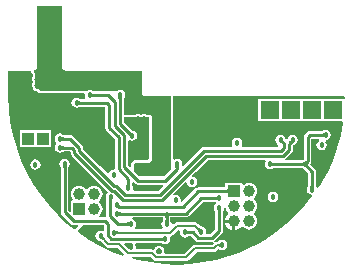
<source format=gbr>
G04 Layer_Physical_Order=4*
G04 Layer_Color=16711680*
%FSLAX25Y25*%
%MOIN*%
%TF.FileFunction,Copper,L4,Bot,Signal*%
%TF.Part,Single*%
G01*
G75*
%ADD29C,0.01000*%
%ADD30C,0.00800*%
%ADD31C,0.00900*%
%TA.AperFunction,ViaPad*%
%ADD32C,0.03937*%
%TA.AperFunction,ViaPad*%
%ADD33R,0.03937X0.03937*%
%TA.AperFunction,ViaPad*%
%ADD34R,0.03937X0.03937*%
%TA.AperFunction,ConnectorPad*%
%ADD35R,0.03937X0.03937*%
%TA.AperFunction,ConnectorPad*%
%ADD36R,0.05906X0.05906*%
%TA.AperFunction,ViaPad*%
%ADD37C,0.01800*%
G36*
X369350Y258050D02*
X369179Y258041D01*
X369026Y258014D01*
X368891Y257969D01*
X368774Y257906D01*
X368675Y257825D01*
X368594Y257726D01*
X368531Y257609D01*
X368486Y257474D01*
X368459Y257321D01*
X368450Y257150D01*
X367550D01*
X367541Y257321D01*
X367514Y257474D01*
X367469Y257609D01*
X367406Y257726D01*
X367325Y257825D01*
X367226Y257906D01*
X367109Y257969D01*
X366974Y258014D01*
X366821Y258041D01*
X366650Y258050D01*
X368000Y258950D01*
X369350Y258050D01*
D02*
G37*
G36*
X352181Y259096D02*
X352226Y259065D01*
X352278Y259038D01*
X352336Y259015D01*
X352400Y258995D01*
X352471Y258979D01*
X352548Y258966D01*
X352632Y258957D01*
X352819Y258950D01*
Y258050D01*
X352723Y258048D01*
X352548Y258034D01*
X352471Y258021D01*
X352400Y258005D01*
X352336Y257985D01*
X352278Y257962D01*
X352226Y257935D01*
X352181Y257904D01*
X352143Y257870D01*
Y259130D01*
X352181Y259096D01*
D02*
G37*
G36*
X368452Y256223D02*
X368466Y256048D01*
X368479Y255971D01*
X368495Y255900D01*
X368515Y255836D01*
X368538Y255778D01*
X368565Y255726D01*
X368596Y255681D01*
X368630Y255643D01*
X367370D01*
X367404Y255681D01*
X367435Y255726D01*
X367462Y255778D01*
X367485Y255836D01*
X367505Y255900D01*
X367521Y255971D01*
X367534Y256048D01*
X367543Y256132D01*
X367550Y256319D01*
X368450D01*
X368452Y256223D01*
D02*
G37*
G36*
X366725Y256161D02*
X366725Y256158D01*
X366724Y256150D01*
X366399Y255663D01*
X366267Y255000D01*
X366399Y254337D01*
X366693Y253897D01*
X366539Y253482D01*
X366471Y253397D01*
X357510D01*
X357365Y253780D01*
X357341Y253897D01*
X357704Y254439D01*
X357836Y255102D01*
X357704Y255766D01*
X357328Y256328D01*
X356766Y256704D01*
X356656Y256726D01*
X356705Y257225D01*
X366725D01*
Y256161D01*
D02*
G37*
G36*
X355460Y254472D02*
X355430Y254497D01*
X355393Y254519D01*
X355348Y254539D01*
X355295Y254556D01*
X355235Y254570D01*
X355166Y254582D01*
X355006Y254597D01*
X354914Y254601D01*
X354814Y254602D01*
Y255602D01*
X354914Y255604D01*
X355166Y255623D01*
X355235Y255635D01*
X355295Y255649D01*
X355348Y255666D01*
X355393Y255686D01*
X355430Y255708D01*
X355460Y255732D01*
Y254472D01*
D02*
G37*
G36*
X386096Y259819D02*
X386065Y259774D01*
X386038Y259722D01*
X386015Y259664D01*
X385995Y259600D01*
X385979Y259529D01*
X385966Y259452D01*
X385957Y259368D01*
X385950Y259181D01*
X385050D01*
X385048Y259277D01*
X385034Y259452D01*
X385021Y259529D01*
X385005Y259600D01*
X384985Y259664D01*
X384962Y259722D01*
X384935Y259774D01*
X384904Y259819D01*
X384870Y259857D01*
X386130D01*
X386096Y259819D01*
D02*
G37*
G36*
X388456Y265100D02*
X388447Y265185D01*
X388420Y265262D01*
X388374Y265330D01*
X388311Y265388D01*
X388228Y265438D01*
X388128Y265478D01*
X388010Y265510D01*
X387873Y265532D01*
X387718Y265546D01*
X387544Y265550D01*
Y266450D01*
X387718Y266455D01*
X387873Y266468D01*
X388010Y266491D01*
X388128Y266522D01*
X388228Y266563D01*
X388311Y266612D01*
X388374Y266670D01*
X388420Y266738D01*
X388447Y266814D01*
X388456Y266900D01*
Y265100D01*
D02*
G37*
G36*
X357452Y268563D02*
X357881Y268275D01*
X358389Y268175D01*
X366719D01*
X366910Y267713D01*
X365322Y266125D01*
X357188D01*
X356832Y266624D01*
X356907Y267000D01*
X356775Y267663D01*
X356502Y268072D01*
X356499Y268110D01*
Y268862D01*
X356961Y269054D01*
X357452Y268563D01*
D02*
G37*
G36*
X384762Y262966D02*
X384723Y263000D01*
X384678Y263031D01*
X384627Y263057D01*
X384569Y263081D01*
X384504Y263101D01*
X384433Y263117D01*
X384356Y263129D01*
X384272Y263139D01*
X384085Y263146D01*
Y264046D01*
X384182Y264047D01*
X384356Y264062D01*
X384433Y264074D01*
X384504Y264091D01*
X384569Y264110D01*
X384627Y264134D01*
X384678Y264161D01*
X384723Y264191D01*
X384762Y264226D01*
Y262966D01*
D02*
G37*
G36*
X352400Y261442D02*
X352410Y261318D01*
X352416Y261284D01*
X352423Y261254D01*
X352432Y261227D01*
X352443Y261204D01*
X352455Y261184D01*
X352468Y261168D01*
X351832Y260532D01*
X351816Y260545D01*
X351796Y260557D01*
X351773Y260568D01*
X351746Y260577D01*
X351716Y260584D01*
X351682Y260590D01*
X351644Y260595D01*
X351558Y260600D01*
X351509Y260600D01*
X352400Y261491D01*
X352400Y261442D01*
D02*
G37*
G36*
X349971Y263233D02*
X349939Y263208D01*
X349910Y263175D01*
X349884Y263133D01*
X349862Y263083D01*
X349843Y263025D01*
X349827Y262959D01*
X349815Y262884D01*
X349807Y262802D01*
X349800Y262612D01*
X348800Y262894D01*
X348799Y262996D01*
X348772Y263420D01*
X348763Y263460D01*
X348754Y263491D01*
X348743Y263513D01*
X349971Y263233D01*
D02*
G37*
G36*
X372302Y253009D02*
X372582Y252617D01*
X372507Y252240D01*
X372639Y251577D01*
X373014Y251014D01*
X373577Y250639D01*
X374240Y250507D01*
X374903Y250639D01*
X375390Y250964D01*
X375412Y250966D01*
X376191D01*
X377708Y249449D01*
X378122Y249172D01*
X378609Y249076D01*
X383009D01*
X383496Y249172D01*
X383522Y249189D01*
X383840Y248801D01*
X383163Y248124D01*
X377500D01*
X377032Y248030D01*
X376635Y247765D01*
X373993Y245124D01*
X367615D01*
X367540Y245152D01*
X367478Y245199D01*
X367173Y245598D01*
X367169Y245623D01*
X367173Y245648D01*
X367172Y245692D01*
X367233Y246000D01*
X367202Y246159D01*
Y246159D01*
X367101Y246663D01*
X366726Y247226D01*
X366591Y247316D01*
X366591Y247316D01*
X366163Y247601D01*
X365500Y247733D01*
X364837Y247601D01*
X364702Y247511D01*
X364702Y247511D01*
X364274Y247226D01*
X364067Y246915D01*
X364060Y246908D01*
X364021Y246850D01*
X363991Y246813D01*
X363947Y246767D01*
X363598Y246530D01*
X363130Y246623D01*
X358115D01*
X358040Y246652D01*
X357978Y246699D01*
X357673Y247098D01*
X357669Y247123D01*
X357673Y247148D01*
X357672Y247192D01*
X357733Y247500D01*
X357601Y248163D01*
X357565Y248218D01*
X357550Y248254D01*
X357581Y248384D01*
X357839Y248697D01*
X357848Y248704D01*
X357898Y248732D01*
X357944Y248749D01*
X366313D01*
X366837Y248399D01*
X367500Y248267D01*
X368163Y248399D01*
X368726Y248774D01*
X369101Y249337D01*
X369233Y250000D01*
X369144Y250450D01*
X369147Y250504D01*
X369395Y250937D01*
X369472Y251009D01*
X369641Y251043D01*
X370038Y251308D01*
X371769Y253039D01*
X372302Y253009D01*
D02*
G37*
G36*
X366841Y249387D02*
X366803Y249422D01*
X366759Y249454D01*
X366708Y249482D01*
X366650Y249506D01*
X366586Y249527D01*
X366515Y249543D01*
X366438Y249556D01*
X366355Y249566D01*
X366168Y249573D01*
X366195Y250473D01*
X366291Y250475D01*
X366466Y250489D01*
X366543Y250501D01*
X366615Y250517D01*
X366679Y250536D01*
X366738Y250558D01*
X366789Y250584D01*
X366835Y250613D01*
X366874Y250646D01*
X366841Y249387D01*
D02*
G37*
G36*
X385857Y247370D02*
X385810Y247414D01*
X385757Y247453D01*
X385699Y247487D01*
X385636Y247517D01*
X385569Y247543D01*
X385496Y247563D01*
X385418Y247579D01*
X385335Y247591D01*
X385247Y247598D01*
X385154Y247600D01*
Y248400D01*
X385247Y248402D01*
X385335Y248409D01*
X385418Y248421D01*
X385496Y248437D01*
X385569Y248458D01*
X385636Y248483D01*
X385699Y248513D01*
X385757Y248547D01*
X385810Y248586D01*
X385857Y248630D01*
Y247370D01*
D02*
G37*
G36*
X365845Y246833D02*
X366138Y246638D01*
X366333Y246345D01*
X366402Y246000D01*
X366358Y245783D01*
Y245770D01*
X366354Y245759D01*
X366358Y245623D01*
X366353Y245459D01*
X366262Y245361D01*
X365958Y245124D01*
X365137D01*
X364482Y245778D01*
X364507Y246126D01*
X364636Y246331D01*
X364701Y246395D01*
X364862Y246638D01*
X365155Y246833D01*
X365500Y246902D01*
X365845Y246833D01*
D02*
G37*
G36*
X356313Y248744D02*
X356544Y248574D01*
X356709Y248364D01*
X356720Y248245D01*
X356720Y248125D01*
X356736Y248088D01*
X356740Y248048D01*
X356796Y247942D01*
X356830Y247861D01*
X356902Y247500D01*
X356858Y247283D01*
Y247270D01*
X356854Y247259D01*
X356858Y247124D01*
X356853Y246959D01*
X356762Y246861D01*
X356458Y246623D01*
X355637D01*
X353974Y248287D01*
X354165Y248749D01*
X356303D01*
X356313Y248744D01*
D02*
G37*
G36*
X346903Y250926D02*
X346912Y250862D01*
X346929Y250796D01*
X346952Y250731D01*
X346982Y250665D01*
X347019Y250599D01*
X347063Y250532D01*
X347113Y250465D01*
X347171Y250398D01*
X347235Y250331D01*
X346669Y249765D01*
X346602Y249829D01*
X346534Y249887D01*
X346468Y249937D01*
X346401Y249981D01*
X346335Y250018D01*
X346269Y250048D01*
X346204Y250071D01*
X346139Y250088D01*
X346074Y250097D01*
X346009Y250100D01*
X346900Y250991D01*
X346903Y250926D01*
D02*
G37*
G36*
X378898Y253671D02*
X378965Y253613D01*
X379032Y253563D01*
X379099Y253519D01*
X379165Y253482D01*
X379231Y253452D01*
X379296Y253429D01*
X379362Y253412D01*
X379426Y253403D01*
X379491Y253400D01*
X378600Y252509D01*
X378597Y252574D01*
X378588Y252639D01*
X378571Y252704D01*
X378548Y252769D01*
X378518Y252835D01*
X378481Y252901D01*
X378437Y252968D01*
X378387Y253034D01*
X378329Y253102D01*
X378265Y253169D01*
X378831Y253735D01*
X378898Y253671D01*
D02*
G37*
G36*
X347076Y254622D02*
Y252882D01*
X346575Y252619D01*
X346000Y252733D01*
X345337Y252601D01*
X344774Y252226D01*
X344399Y251663D01*
X344267Y251000D01*
X344399Y250337D01*
X344774Y249774D01*
X345337Y249399D01*
X346000Y249267D01*
X346002Y249267D01*
X346005Y249264D01*
X347762Y247508D01*
X348159Y247243D01*
X348627Y247150D01*
X351650D01*
X353883Y244917D01*
X353607Y244486D01*
X349983Y245823D01*
X345977Y247669D01*
X342129Y249825D01*
X338462Y252275D01*
X338373Y252345D01*
X338344Y252844D01*
X340226Y254726D01*
X346972D01*
X347076Y254622D01*
D02*
G37*
G36*
X384247Y262321D02*
X384254Y262320D01*
X384335Y262266D01*
Y261837D01*
X384265Y261711D01*
X384024Y261351D01*
X383959Y261254D01*
X383899Y261163D01*
X383767Y260500D01*
X383899Y259837D01*
X384224Y259350D01*
X384225Y259339D01*
X384226Y259329D01*
Y253369D01*
X382481Y251624D01*
X381515D01*
X381159Y252125D01*
X381233Y252500D01*
X381101Y253163D01*
X380726Y253726D01*
X380163Y254101D01*
X379500Y254233D01*
X379498Y254233D01*
X379495Y254236D01*
X378525Y255205D01*
X378128Y255470D01*
X377660Y255564D01*
X371340D01*
X370872Y255470D01*
X370475Y255205D01*
X370215Y254945D01*
X370102Y254958D01*
X369705Y255142D01*
X369601Y255663D01*
X369276Y256150D01*
X369274Y256171D01*
Y257225D01*
X374500D01*
X374988Y257323D01*
X375401Y257599D01*
X380028Y262226D01*
X380124Y262321D01*
X384244D01*
X384247Y262321D01*
D02*
G37*
G36*
X351190Y252760D02*
X351243Y252720D01*
X351301Y252686D01*
X351363Y252656D01*
X351431Y252631D01*
X351504Y252610D01*
X351582Y252594D01*
X351665Y252582D01*
X351753Y252575D01*
X351846Y252573D01*
Y251773D01*
X351753Y251771D01*
X351665Y251764D01*
X351582Y251752D01*
X351504Y251736D01*
X351431Y251716D01*
X351363Y251690D01*
X351301Y251660D01*
X351243Y251626D01*
X351190Y251587D01*
X351143Y251543D01*
Y252803D01*
X351190Y252760D01*
D02*
G37*
G36*
X374921Y252836D02*
X374966Y252805D01*
X375018Y252778D01*
X375076Y252755D01*
X375140Y252735D01*
X375211Y252719D01*
X375289Y252706D01*
X375372Y252697D01*
X375560Y252690D01*
Y251790D01*
X375463Y251788D01*
X375289Y251774D01*
X375211Y251761D01*
X375140Y251745D01*
X375076Y251725D01*
X375018Y251702D01*
X374966Y251675D01*
X374921Y251644D01*
X374883Y251610D01*
Y252870D01*
X374921Y252836D01*
D02*
G37*
G36*
X333181Y284096D02*
X333226Y284065D01*
X333278Y284038D01*
X333336Y284015D01*
X333400Y283995D01*
X333471Y283979D01*
X333548Y283966D01*
X333632Y283957D01*
X333819Y283950D01*
Y283050D01*
X333723Y283048D01*
X333548Y283034D01*
X333471Y283021D01*
X333400Y283005D01*
X333336Y282985D01*
X333278Y282962D01*
X333226Y282935D01*
X333181Y282904D01*
X333143Y282870D01*
Y284130D01*
X333181Y284096D01*
D02*
G37*
G36*
X420357Y284043D02*
X420328Y284068D01*
X420291Y284090D01*
X420246Y284109D01*
X420193Y284126D01*
X420132Y284141D01*
X420064Y284152D01*
X419903Y284168D01*
X419811Y284172D01*
X419712Y284173D01*
Y285173D01*
X419811Y285174D01*
X420064Y285194D01*
X420132Y285206D01*
X420193Y285220D01*
X420246Y285237D01*
X420291Y285256D01*
X420328Y285279D01*
X420357Y285303D01*
Y284043D01*
D02*
G37*
G36*
X409991Y282100D02*
X409940Y282097D01*
X409886Y282087D01*
X409831Y282069D01*
X409773Y282045D01*
X409714Y282014D01*
X409652Y281975D01*
X409588Y281929D01*
X409523Y281876D01*
X409385Y281749D01*
X408749Y282385D01*
X408816Y282455D01*
X408929Y282588D01*
X408975Y282652D01*
X409014Y282714D01*
X409045Y282773D01*
X409069Y282831D01*
X409087Y282886D01*
X409097Y282940D01*
X409100Y282991D01*
X409991Y282100D01*
D02*
G37*
G36*
X333181Y281096D02*
X333226Y281065D01*
X333278Y281038D01*
X333336Y281015D01*
X333400Y280995D01*
X333471Y280979D01*
X333548Y280966D01*
X333632Y280957D01*
X333819Y280950D01*
Y280050D01*
X333723Y280048D01*
X333548Y280034D01*
X333471Y280021D01*
X333400Y280005D01*
X333336Y279985D01*
X333278Y279962D01*
X333226Y279935D01*
X333181Y279904D01*
X333143Y279870D01*
Y281130D01*
X333181Y281096D01*
D02*
G37*
G36*
X406903Y282940D02*
X406913Y282886D01*
X406930Y282831D01*
X406955Y282773D01*
X406987Y282714D01*
X407025Y282652D01*
X407071Y282588D01*
X407124Y282523D01*
X407251Y282385D01*
X406615Y281749D01*
X406545Y281816D01*
X406412Y281929D01*
X406348Y281975D01*
X406286Y282014D01*
X406227Y282045D01*
X406169Y282069D01*
X406114Y282087D01*
X406060Y282097D01*
X406009Y282100D01*
X406900Y282991D01*
X406903Y282940D01*
D02*
G37*
G36*
X356014Y285695D02*
X356206Y285530D01*
X356263Y285490D01*
X356316Y285457D01*
X356365Y285432D01*
X356411Y285414D01*
X356453Y285403D01*
X356491Y285400D01*
X355600Y284509D01*
X355597Y284547D01*
X355586Y284589D01*
X355568Y284635D01*
X355543Y284684D01*
X355510Y284737D01*
X355470Y284794D01*
X355367Y284918D01*
X355305Y284986D01*
X355236Y285057D01*
X355943Y285765D01*
X356014Y285695D01*
D02*
G37*
G36*
X322657Y306094D02*
X322835Y305955D01*
X322923Y305675D01*
X322920Y305597D01*
X322926Y305582D01*
Y305567D01*
X322981Y305434D01*
X323030Y305299D01*
X323041Y305287D01*
X323047Y305272D01*
X323333Y304845D01*
X323402Y304500D01*
X323333Y304155D01*
X323198Y303953D01*
X323076Y303659D01*
Y303500D01*
Y303341D01*
X323198Y303047D01*
X323333Y302845D01*
X323402Y302500D01*
X323333Y302155D01*
X323198Y301953D01*
X323076Y301659D01*
Y301500D01*
Y301341D01*
X323198Y301047D01*
X323333Y300845D01*
X323433Y300341D01*
X323493Y300197D01*
X323552Y300052D01*
X323554Y300050D01*
X323555Y300047D01*
X323602Y300000D01*
X323665Y299937D01*
X323775Y299825D01*
X324220Y299523D01*
X324223Y299522D01*
X324225Y299520D01*
X324369Y299460D01*
X324513Y299399D01*
X324516Y299399D01*
X324519Y299398D01*
X324845Y299333D01*
X325138Y299138D01*
X325198Y299047D01*
X325255Y298990D01*
X325300Y298923D01*
X325366Y298879D01*
X325423Y298822D01*
X325497Y298791D01*
X325564Y298746D01*
X325643Y298731D01*
X325717Y298700D01*
X325798D01*
X325876Y298684D01*
X340393D01*
X340803Y298184D01*
X340767Y298000D01*
X340899Y297337D01*
X340946Y297266D01*
X340710Y296826D01*
X339076D01*
X339074Y296827D01*
D01*
X338663Y297101D01*
X338000Y297233D01*
X337337Y297101D01*
X336774Y296726D01*
X336399Y296163D01*
X336267Y295500D01*
X336399Y294837D01*
X336774Y294274D01*
X337337Y293899D01*
X338000Y293767D01*
X338663Y293899D01*
X339076Y294175D01*
X347451D01*
X347574Y294051D01*
Y292051D01*
Y287009D01*
X347675Y286502D01*
X347963Y286072D01*
X350675Y283360D01*
Y273614D01*
X350469Y273241D01*
X350211Y273113D01*
X349758Y273023D01*
X349196Y272647D01*
X348846Y272123D01*
X348741Y272046D01*
X348338Y271924D01*
X345762Y274500D01*
X340272Y279989D01*
Y280406D01*
X340175Y280894D01*
X339899Y281307D01*
X336805Y284401D01*
X336392Y284678D01*
X335904Y284774D01*
X333661D01*
X333658Y284775D01*
X333650Y284776D01*
X333163Y285101D01*
X332500Y285233D01*
X331837Y285101D01*
X331274Y284726D01*
X330899Y284163D01*
X330767Y283500D01*
X330899Y282837D01*
X331274Y282274D01*
X331311Y282250D01*
Y281750D01*
X331274Y281726D01*
X330899Y281163D01*
X330767Y280500D01*
X330899Y279837D01*
X331274Y279274D01*
X331837Y278899D01*
X332500Y278767D01*
X333163Y278899D01*
X333650Y279224D01*
X333671Y279225D01*
X335972D01*
X336023Y279174D01*
Y278757D01*
X336120Y278270D01*
X336397Y277856D01*
X348447Y265806D01*
X348398Y265308D01*
X348274Y265226D01*
X347899Y264663D01*
X347767Y264000D01*
X347899Y263337D01*
X347967Y263235D01*
X347974Y263112D01*
Y257690D01*
X347772Y257443D01*
X347528Y257269D01*
X347500Y257275D01*
X345718D01*
X345548Y257774D01*
X345875Y258026D01*
X346319Y258604D01*
X346598Y259277D01*
X346693Y260000D01*
X346598Y260723D01*
X346319Y261396D01*
X345875Y261975D01*
X345601Y262185D01*
Y262815D01*
X345875Y263025D01*
X346319Y263604D01*
X346598Y264277D01*
X346693Y265000D01*
X346598Y265723D01*
X346319Y266396D01*
X345875Y266974D01*
X345297Y267418D01*
X344624Y267697D01*
X343901Y267792D01*
X343178Y267697D01*
X342505Y267418D01*
X341926Y266974D01*
X341716Y266700D01*
X341086D01*
X340875Y266974D01*
X340297Y267418D01*
X339624Y267697D01*
X338901Y267792D01*
X338178Y267697D01*
X337505Y267418D01*
X336926Y266974D01*
X336483Y266396D01*
X336204Y265723D01*
X336108Y265000D01*
X336204Y264277D01*
X336483Y263604D01*
X336740Y263268D01*
X336493Y262769D01*
X336132D01*
Y259323D01*
X335670Y259132D01*
X335275Y259528D01*
Y273839D01*
X335275Y273842D01*
X335276Y273850D01*
X335601Y274337D01*
X335733Y275000D01*
X335601Y275663D01*
X335226Y276226D01*
X334663Y276601D01*
X334000Y276733D01*
X333337Y276601D01*
X332774Y276226D01*
X332399Y275663D01*
X332267Y275000D01*
X332399Y274337D01*
X332724Y273850D01*
X332726Y273829D01*
Y259000D01*
X332822Y258512D01*
X333099Y258099D01*
X336099Y255099D01*
X336512Y254822D01*
X337000Y254726D01*
X338419D01*
X338610Y254264D01*
X337767Y253421D01*
X337716Y253382D01*
X337319Y253296D01*
X337165Y253308D01*
X337136Y253320D01*
X334998Y255006D01*
X331759Y258000D01*
X328765Y261239D01*
X326034Y264702D01*
X323584Y268370D01*
X321429Y272218D01*
X320313Y274638D01*
X319582Y276224D01*
X318055Y280362D01*
X316858Y284607D01*
X315998Y288933D01*
X315479Y293313D01*
X315306Y297721D01*
X315315Y297946D01*
X315325Y297999D01*
Y305521D01*
Y306174D01*
X322543D01*
X322657Y306094D01*
D02*
G37*
G36*
X343172Y298605D02*
X343209Y298583D01*
X343254Y298564D01*
X343307Y298547D01*
X343368Y298533D01*
X343436Y298521D01*
X343597Y298505D01*
X343689Y298501D01*
X343788Y298500D01*
Y297500D01*
X343689Y297499D01*
X343436Y297479D01*
X343368Y297467D01*
X343307Y297453D01*
X343254Y297436D01*
X343209Y297417D01*
X343172Y297395D01*
X343143Y297370D01*
Y298630D01*
X343172Y298605D01*
D02*
G37*
G36*
X353105Y297328D02*
X353083Y297291D01*
X353064Y297246D01*
X353047Y297193D01*
X353032Y297132D01*
X353021Y297064D01*
X353005Y296903D01*
X353001Y296811D01*
X353000Y296712D01*
X352000D01*
X351999Y296811D01*
X351979Y297064D01*
X351968Y297132D01*
X351953Y297193D01*
X351936Y297246D01*
X351917Y297291D01*
X351895Y297328D01*
X351870Y297357D01*
X353130D01*
X353105Y297328D01*
D02*
G37*
G36*
X360845Y290833D02*
X360862Y290822D01*
X360936Y290791D01*
X361003Y290746D01*
X361082Y290731D01*
X361156Y290700D01*
X361236D01*
X361315Y290684D01*
X362162D01*
X362184Y290662D01*
Y288000D01*
Y276838D01*
X361662Y276316D01*
X357500D01*
X357500Y276316D01*
X357188Y276254D01*
X356923Y276077D01*
X356923Y276077D01*
X356423Y275577D01*
X356246Y275312D01*
X356184Y275000D01*
X356184Y275000D01*
Y274232D01*
X355722Y274041D01*
X355125Y274638D01*
Y282772D01*
X355626Y283040D01*
X355837Y282899D01*
X356500Y282767D01*
X357163Y282899D01*
X357726Y283274D01*
X358101Y283837D01*
X358233Y284500D01*
X358101Y285163D01*
X357726Y285726D01*
X357163Y286101D01*
X356681Y286197D01*
X356652Y286222D01*
X353825Y289049D01*
Y290684D01*
X357685D01*
X357764Y290700D01*
X357844D01*
X357918Y290731D01*
X357997Y290746D01*
X358064Y290791D01*
X358138Y290822D01*
X358155Y290833D01*
X358500Y290902D01*
X358845Y290833D01*
X358862Y290822D01*
X358936Y290791D01*
X359003Y290746D01*
X359082Y290731D01*
X359156Y290700D01*
X359236D01*
X359315Y290684D01*
X359685D01*
X359764Y290700D01*
X359844D01*
X359918Y290731D01*
X359997Y290746D01*
X360064Y290791D01*
X360138Y290822D01*
X360155Y290833D01*
X360500Y290902D01*
X360845Y290833D01*
D02*
G37*
G36*
X338672Y296105D02*
X338709Y296083D01*
X338754Y296064D01*
X338807Y296047D01*
X338868Y296033D01*
X338936Y296021D01*
X339097Y296005D01*
X339189Y296001D01*
X339288Y296000D01*
Y295000D01*
X339189Y294999D01*
X338936Y294979D01*
X338868Y294968D01*
X338807Y294953D01*
X338754Y294936D01*
X338709Y294917D01*
X338672Y294895D01*
X338643Y294870D01*
Y296130D01*
X338672Y296105D01*
D02*
G37*
G36*
X333174Y307500D02*
X333275Y306993D01*
X333563Y306563D01*
X333993Y306275D01*
X334500Y306174D01*
X359675D01*
Y299000D01*
X359775Y298493D01*
X360063Y298063D01*
X360493Y297775D01*
X361000Y297674D01*
X369500D01*
Y286500D01*
Y273375D01*
X367126Y271000D01*
X358763D01*
X357000Y272763D01*
Y275000D01*
X357500Y275500D01*
X362000D01*
X363000Y276500D01*
Y288000D01*
Y291000D01*
X362500Y291500D01*
X361315D01*
X361163Y291601D01*
X360500Y291733D01*
X359837Y291601D01*
X359685Y291500D01*
X359315D01*
X359163Y291601D01*
X358500Y291733D01*
X357837Y291601D01*
X357685Y291500D01*
X353825D01*
Y296924D01*
X354101Y297337D01*
X354233Y298000D01*
X354101Y298663D01*
X353726Y299226D01*
X353163Y299601D01*
X352500Y299733D01*
X351837Y299601D01*
X351685Y299500D01*
X343315Y299500D01*
X343163Y299601D01*
X342500Y299733D01*
X341837Y299601D01*
X341685Y299500D01*
X325876D01*
X325726Y299726D01*
X325163Y300101D01*
X324678Y300198D01*
X324233Y300500D01*
X324101Y301163D01*
X323876Y301500D01*
X324101Y301837D01*
X324233Y302500D01*
X324101Y303163D01*
X323876Y303500D01*
X324101Y303837D01*
X324233Y304500D01*
X324101Y305163D01*
X323726Y305726D01*
X323850Y306244D01*
X324007Y306275D01*
X324437Y306563D01*
X324725Y306993D01*
X324826Y307500D01*
Y327675D01*
X333174D01*
Y307500D01*
D02*
G37*
G36*
X334596Y274319D02*
X334565Y274274D01*
X334538Y274222D01*
X334515Y274164D01*
X334495Y274100D01*
X334479Y274029D01*
X334466Y273952D01*
X334457Y273868D01*
X334450Y273681D01*
X333550D01*
X333548Y273777D01*
X333534Y273952D01*
X333521Y274029D01*
X333505Y274100D01*
X333485Y274164D01*
X333462Y274222D01*
X333435Y274274D01*
X333404Y274319D01*
X333370Y274357D01*
X334630D01*
X334596Y274319D01*
D02*
G37*
G36*
X355675Y268189D02*
X355694Y267936D01*
X355706Y267868D01*
X355720Y267807D01*
X355737Y267754D01*
X355756Y267709D01*
X355779Y267672D01*
X355803Y267643D01*
X354543D01*
X354568Y267672D01*
X354590Y267709D01*
X354609Y267754D01*
X354626Y267807D01*
X354641Y267868D01*
X354652Y267936D01*
X354668Y268097D01*
X354672Y268189D01*
X354673Y268288D01*
X355673D01*
X355675Y268189D01*
D02*
G37*
G36*
X416981Y267709D02*
X417000Y267457D01*
X417012Y267388D01*
X417026Y267328D01*
X417043Y267275D01*
X417063Y267230D01*
X417085Y267193D01*
X417110Y267163D01*
X415850D01*
X415874Y267193D01*
X415896Y267230D01*
X415916Y267275D01*
X415933Y267328D01*
X415947Y267388D01*
X415959Y267457D01*
X415974Y267617D01*
X415978Y267709D01*
X415980Y267809D01*
X416980D01*
X416981Y267709D01*
D02*
G37*
G36*
X401141Y276026D02*
X400899Y275663D01*
X400767Y275000D01*
X400899Y274337D01*
X401274Y273774D01*
X401837Y273399D01*
X402500Y273267D01*
X403163Y273399D01*
X403572Y273672D01*
X403610Y273675D01*
X412969D01*
X413060Y273664D01*
X413181Y273641D01*
X413297Y273609D01*
X413407Y273569D01*
X413514Y273519D01*
X413618Y273460D01*
X413721Y273391D01*
X413791Y273334D01*
X415154Y271971D01*
Y267609D01*
X415153Y267594D01*
X414878Y267184D01*
X414746Y266520D01*
X414878Y265857D01*
X415254Y265295D01*
X415816Y264919D01*
X416372Y264809D01*
X416558Y264498D01*
X416610Y264303D01*
X414194Y261239D01*
X411200Y258000D01*
X407962Y255006D01*
X404498Y252275D01*
X400830Y249825D01*
X397864Y248163D01*
X396982Y247669D01*
X392976Y245823D01*
X388838Y244296D01*
X384593Y243099D01*
X380267Y242238D01*
X375887Y241720D01*
X371480Y241547D01*
X367072Y241720D01*
X362692Y242238D01*
X358366Y243099D01*
X356318Y243676D01*
X356387Y244177D01*
X362623D01*
X363765Y243035D01*
X364162Y242770D01*
X364630Y242676D01*
X374500D01*
X374968Y242770D01*
X375365Y243035D01*
X378007Y245676D01*
X383670D01*
X384138Y245770D01*
X384535Y246035D01*
X385274Y246774D01*
D01*
X385837Y246399D01*
X386500Y246267D01*
X387163Y246399D01*
X387726Y246774D01*
X388101Y247337D01*
X388233Y248000D01*
X388101Y248663D01*
X387726Y249226D01*
X387163Y249601D01*
X386500Y249733D01*
X385837Y249601D01*
X385274Y249226D01*
X385273Y249224D01*
X385269Y249223D01*
X384770D01*
X384301Y249130D01*
X384293Y249125D01*
X383974Y249513D01*
X386401Y251940D01*
X386678Y252354D01*
X386774Y252841D01*
Y259339D01*
X386775Y259342D01*
X386776Y259350D01*
X387101Y259837D01*
X387195Y260309D01*
X387702Y260292D01*
X387704Y260277D01*
X387983Y259604D01*
X388426Y259026D01*
X388536Y258941D01*
Y258311D01*
X388284Y258117D01*
X387808Y257497D01*
X387509Y256775D01*
X387473Y256500D01*
X390401D01*
Y256000D01*
X390901D01*
Y253072D01*
X391176Y253108D01*
X391898Y253407D01*
X392518Y253883D01*
X392712Y254135D01*
X393342D01*
X393426Y254026D01*
X394005Y253582D01*
X394678Y253303D01*
X395401Y253208D01*
X396124Y253303D01*
X396797Y253582D01*
X397375Y254026D01*
X397819Y254604D01*
X398098Y255277D01*
X398193Y256000D01*
X398098Y256723D01*
X397819Y257396D01*
X397375Y257975D01*
X397101Y258185D01*
Y258815D01*
X397375Y259026D01*
X397819Y259604D01*
X398098Y260277D01*
X398193Y261000D01*
X398098Y261723D01*
X397819Y262396D01*
X397375Y262975D01*
X397101Y263185D01*
Y263815D01*
X397375Y264025D01*
X397819Y264604D01*
X398098Y265277D01*
X398193Y266000D01*
X398098Y266723D01*
X397819Y267396D01*
X397375Y267974D01*
X396797Y268418D01*
X396124Y268697D01*
X395401Y268792D01*
X394678Y268697D01*
X394005Y268418D01*
X393669Y268161D01*
X393169Y268408D01*
Y268769D01*
X387632D01*
Y267274D01*
X378500D01*
X378012Y267178D01*
X377599Y266901D01*
X373130Y262433D01*
X372669Y262679D01*
X372733Y263000D01*
X372601Y263663D01*
X372500Y263815D01*
X372226Y264226D01*
X371663Y264601D01*
X371000Y264733D01*
X370559Y264646D01*
X370313Y265106D01*
X372500Y267293D01*
D01*
X374229Y269023D01*
X374752Y268838D01*
D01*
X374840Y268396D01*
X375215Y267833D01*
X375778Y267458D01*
X376441Y267326D01*
X377104Y267458D01*
X377667Y267833D01*
X378042Y268396D01*
X378174Y269059D01*
X378042Y269722D01*
X377667Y270285D01*
X377104Y270660D01*
X376662Y270748D01*
X376477Y271271D01*
X377707Y272500D01*
X381732Y276525D01*
X400892D01*
X401141Y276026D01*
D02*
G37*
G36*
X372105Y274328D02*
X372083Y274291D01*
X372064Y274246D01*
X372047Y274193D01*
X372032Y274132D01*
X372021Y274064D01*
X372005Y273903D01*
X372001Y273811D01*
X372000Y273712D01*
X371000D01*
X370999Y273811D01*
X370979Y274064D01*
X370968Y274132D01*
X370953Y274193D01*
X370936Y274246D01*
X370917Y274291D01*
X370895Y274328D01*
X370870Y274357D01*
X372130D01*
X372105Y274328D01*
D02*
G37*
G36*
X403172Y275605D02*
X403209Y275583D01*
X403254Y275564D01*
X403307Y275547D01*
X403368Y275533D01*
X403436Y275521D01*
X403597Y275505D01*
X403689Y275501D01*
X403788Y275500D01*
Y274500D01*
X403689Y274499D01*
X403436Y274479D01*
X403368Y274467D01*
X403307Y274453D01*
X403254Y274436D01*
X403209Y274417D01*
X403172Y274395D01*
X403143Y274370D01*
Y275630D01*
X403172Y275605D01*
D02*
G37*
G36*
X427503Y297310D02*
X427454Y297116D01*
X427146Y296753D01*
X427146Y296753D01*
X427146Y296753D01*
X398641D01*
Y289247D01*
X426616D01*
X426925Y288747D01*
X426101Y284607D01*
X424904Y280362D01*
X423377Y276224D01*
X421670Y272520D01*
X421531Y272218D01*
X419376Y268370D01*
X418559Y267148D01*
X418031Y267258D01*
X417808Y267592D01*
X417805Y267630D01*
Y272500D01*
Y272520D01*
X417704Y273028D01*
X417417Y273458D01*
X416226Y274649D01*
X415937Y275063D01*
X416013Y275176D01*
X416035Y275199D01*
X416046Y275226D01*
X416225Y275493D01*
X416326Y276000D01*
Y283348D01*
X418752D01*
X418890Y282848D01*
X418448Y282552D01*
X418072Y281990D01*
X417940Y281327D01*
X418072Y280663D01*
X418448Y280101D01*
X419010Y279725D01*
X419673Y279593D01*
X420336Y279725D01*
X420899Y280101D01*
X421275Y280663D01*
X421407Y281327D01*
X421275Y281990D01*
X420960Y282461D01*
X420966Y282532D01*
X421061Y282806D01*
X421169Y282974D01*
X421663Y283072D01*
X422226Y283448D01*
X422601Y284010D01*
X422733Y284673D01*
X422601Y285336D01*
X422226Y285899D01*
X421663Y286275D01*
X421000Y286406D01*
X420337Y286275D01*
X419928Y286002D01*
X419890Y285999D01*
X415673D01*
X415166Y285898D01*
X414736Y285611D01*
X414063Y284937D01*
X413775Y284507D01*
X413674Y284000D01*
Y276578D01*
X413618Y276540D01*
X413514Y276481D01*
X413407Y276431D01*
X413297Y276391D01*
X413181Y276359D01*
X413060Y276336D01*
X412969Y276325D01*
X407797D01*
X407646Y276825D01*
X407755Y276899D01*
X409751Y278895D01*
X410028Y279308D01*
X410124Y279796D01*
Y281292D01*
X410663Y281399D01*
X411226Y281774D01*
X411601Y282337D01*
X411733Y283000D01*
X411601Y283663D01*
X411226Y284226D01*
X410663Y284601D01*
X410000Y284733D01*
X409337Y284601D01*
X408774Y284226D01*
X408399Y283663D01*
X408362Y283479D01*
X408005Y283301D01*
X407638Y283481D01*
X407601Y283663D01*
X407226Y284226D01*
X406663Y284601D01*
X406000Y284733D01*
X405337Y284601D01*
X404774Y284226D01*
X404399Y283663D01*
X404267Y283000D01*
X404399Y282337D01*
X404774Y281774D01*
X405113Y281548D01*
D01*
X405271Y280983D01*
X405259Y280904D01*
X405162Y280774D01*
X393256D01*
X393020Y281216D01*
X393101Y281337D01*
X393233Y282000D01*
X393101Y282663D01*
X392726Y283226D01*
X392163Y283601D01*
X391500Y283733D01*
X390837Y283601D01*
X390274Y283226D01*
X389899Y282663D01*
X389767Y282000D01*
X389899Y281337D01*
X389980Y281216D01*
X389744Y280774D01*
X380500D01*
X380012Y280678D01*
X379599Y280401D01*
X378462Y279264D01*
X375931Y276733D01*
X373630Y274433D01*
X373169Y274679D01*
X373233Y275000D01*
X373101Y275663D01*
X372726Y276226D01*
X372163Y276601D01*
X371500Y276733D01*
X370837Y276601D01*
X370757Y276548D01*
X370316Y276784D01*
Y281684D01*
Y286500D01*
Y297674D01*
X427157D01*
X427503Y297310D01*
D02*
G37*
G36*
X415353Y275646D02*
X415238Y275517D01*
X415149Y275385D01*
X415088Y275253D01*
X415053Y275120D01*
X415045Y274985D01*
X415065Y274849D01*
X415112Y274712D01*
X415185Y274573D01*
X415286Y274434D01*
X415414Y274293D01*
X414500Y273793D01*
X414356Y273927D01*
X414205Y274047D01*
X414049Y274153D01*
X413887Y274245D01*
X413720Y274323D01*
X413546Y274387D01*
X413367Y274436D01*
X413181Y274472D01*
X412990Y274493D01*
X412793Y274500D01*
Y275500D01*
X412990Y275507D01*
X413181Y275528D01*
X413367Y275564D01*
X413546Y275613D01*
X413720Y275677D01*
X413887Y275755D01*
X414049Y275847D01*
X414205Y275953D01*
X414356Y276073D01*
X414500Y276207D01*
X415353Y275646D01*
D02*
G37*
%LPC*%
G36*
X389901Y255500D02*
X387473D01*
X387509Y255225D01*
X387808Y254503D01*
X388284Y253883D01*
X388904Y253407D01*
X389626Y253108D01*
X389901Y253072D01*
Y255500D01*
D02*
G37*
G36*
X329662Y286268D02*
X319125D01*
Y280732D01*
X329662D01*
Y286268D01*
D02*
G37*
G36*
X403500Y265733D02*
X402837Y265601D01*
X402274Y265226D01*
X401899Y264663D01*
X401767Y264000D01*
X401899Y263337D01*
X402274Y262774D01*
X402837Y262399D01*
X403500Y262267D01*
X404163Y262399D01*
X404726Y262774D01*
X405101Y263337D01*
X405233Y264000D01*
X405101Y264663D01*
X404726Y265226D01*
X404163Y265601D01*
X403500Y265733D01*
D02*
G37*
G36*
X324327Y276560D02*
X323663Y276428D01*
X323101Y276052D01*
X322725Y275490D01*
X322605Y274886D01*
X322593Y274827D01*
X322725Y274164D01*
X323101Y273601D01*
X323663Y273225D01*
X324327Y273094D01*
X324990Y273225D01*
X325552Y273601D01*
X325928Y274164D01*
X326060Y274827D01*
X326048Y274886D01*
X325928Y275490D01*
X325552Y276052D01*
X324990Y276428D01*
X324327Y276560D01*
D02*
G37*
%LPD*%
D29*
X414000Y275000D02*
X416480Y272520D01*
Y266520D02*
Y272520D01*
X402500Y275000D02*
X414000D01*
X415000Y276000D01*
Y284000D01*
X415673Y284673D01*
X421000D01*
X348000Y295500D02*
X348900Y294600D01*
X338000Y295500D02*
X348000D01*
X348900Y287009D02*
Y294600D01*
X348500Y298000D02*
X350700Y295800D01*
Y287754D02*
Y295800D01*
X342500Y298000D02*
X348500D01*
X367500Y269500D02*
X371500Y273500D01*
X358389Y269500D02*
X367500D01*
X353800Y274089D02*
X358389Y269500D01*
X371500Y273500D02*
Y275000D01*
X351786Y255102D02*
X356102D01*
X349300Y257589D02*
X351786Y255102D01*
X355173Y267000D02*
Y270170D01*
X349300Y257589D02*
Y263800D01*
X349500Y264000D01*
X352000Y273343D02*
Y283909D01*
Y273343D02*
X355173Y270170D01*
X353800Y274089D02*
Y284654D01*
X350700Y287754D02*
X353800Y284654D01*
X348900Y287009D02*
X352000Y283909D01*
X352500Y288500D02*
Y298000D01*
Y288500D02*
X356500Y284500D01*
D30*
X352157Y248373D02*
X355130Y245400D01*
X348627Y248373D02*
X352157D01*
X355130Y245400D02*
X363130D01*
X346000Y251000D02*
X348627Y248373D01*
X363130Y245400D02*
X364630Y243900D01*
X374500D01*
X383670Y246900D02*
X384770Y248000D01*
X377500Y246900D02*
X383670D01*
X374500Y243900D02*
X377500Y246900D01*
X384770Y248000D02*
X386500D01*
X377660Y254340D02*
X379500Y252500D01*
X371340Y254340D02*
X377660D01*
X369173Y252173D02*
X371340Y254340D01*
X350500Y252173D02*
X369173D01*
D31*
X379596Y263596D02*
X385404D01*
X378500Y266000D02*
X390401D01*
X374500Y258500D02*
X379596Y263596D01*
X373350Y260850D02*
X378500Y266000D01*
X349609Y250023D02*
X367477D01*
X367500Y250000D01*
X348350Y251283D02*
X349609Y250023D01*
X348350Y251283D02*
Y255150D01*
X347500Y256000D02*
X348350Y255150D01*
X337000Y256000D02*
X347500D01*
X334000Y259000D02*
X337000Y256000D01*
X385500Y252841D02*
Y260500D01*
X383009Y250350D02*
X385500Y252841D01*
X378609Y250350D02*
X383009D01*
X376719Y252240D02*
X378609Y250350D01*
X374240Y252240D02*
X376719D01*
X368000Y255000D02*
Y258500D01*
X351500D02*
X368000D01*
X351500Y261500D02*
X352150Y260850D01*
X353391Y263150D02*
X366554D01*
X350391Y266150D02*
X353391Y263150D01*
X354095Y264850D02*
X365850D01*
X351095Y267850D02*
X354095Y264850D01*
X352150Y260850D02*
X373350D01*
X366554Y263150D02*
X381204Y277800D01*
X365850Y264850D02*
X380500Y279500D01*
X349905Y266150D02*
X350391D01*
X337298Y278757D02*
X349905Y266150D01*
X350609Y267850D02*
X351095D01*
X338998Y279462D02*
X350609Y267850D01*
X368000Y258500D02*
X374500D01*
X334000Y259000D02*
Y275000D01*
X381204Y277800D02*
X406854D01*
X380500Y279500D02*
X406150D01*
X338998Y279462D02*
Y280406D01*
X337298Y278757D02*
Y279702D01*
X332500Y280500D02*
X336500D01*
X332500Y283500D02*
X335904D01*
X406000Y283000D02*
X407150Y281850D01*
Y280500D02*
Y281850D01*
X406150Y279500D02*
X407150Y280500D01*
X408850Y281850D02*
X410000Y283000D01*
X408850Y279796D02*
Y281850D01*
X406854Y277800D02*
X408850Y279796D01*
X335904Y283500D02*
X338998Y280406D01*
X336500Y280500D02*
X337298Y279702D01*
D32*
X343901Y265000D02*
D03*
Y260000D02*
D03*
X338901Y265000D02*
D03*
X395401Y256000D02*
D03*
X390401D02*
D03*
X395401Y261000D02*
D03*
X390401D02*
D03*
X395401Y266000D02*
D03*
D33*
X338901Y260000D02*
D03*
D34*
X390401Y266000D02*
D03*
D35*
X326894Y283500D02*
D03*
X321894D02*
D03*
D36*
X423394Y293000D02*
D03*
X416394D02*
D03*
X409394D02*
D03*
X402394D02*
D03*
D37*
X403500Y264000D02*
D03*
X419673Y281327D02*
D03*
X416480Y266520D02*
D03*
X402500Y275000D02*
D03*
X421000Y284673D02*
D03*
X373280Y265534D02*
D03*
X385404Y263596D02*
D03*
X343500Y280000D02*
D03*
X345500D02*
D03*
Y282000D02*
D03*
X343500D02*
D03*
X361000Y267000D02*
D03*
X344500Y253500D02*
D03*
X379500Y252500D02*
D03*
X380000Y259000D02*
D03*
X371500Y275000D02*
D03*
X356000Y247500D02*
D03*
X350500Y252173D02*
D03*
X368000Y255000D02*
D03*
X360000Y256000D02*
D03*
X346000Y251000D02*
D03*
X356102Y255102D02*
D03*
X351500Y258500D02*
D03*
Y261500D02*
D03*
X355173Y267000D02*
D03*
X349500Y264000D02*
D03*
X350421Y271421D02*
D03*
X358500Y272500D02*
D03*
X365500Y246000D02*
D03*
X367500Y250000D02*
D03*
X374000Y248500D02*
D03*
X385500Y260500D02*
D03*
X374240Y252240D02*
D03*
X386500Y248000D02*
D03*
X371000Y263000D02*
D03*
X382559Y252941D02*
D03*
X376441Y269059D02*
D03*
X338500Y271000D02*
D03*
X328827Y268827D02*
D03*
X334000Y275000D02*
D03*
X332500Y280500D02*
D03*
Y283500D02*
D03*
X406000Y283000D02*
D03*
X410000D02*
D03*
X388500Y295500D02*
D03*
Y293000D02*
D03*
X386500D02*
D03*
X384500D02*
D03*
X382500D02*
D03*
X386500Y295500D02*
D03*
X384500D02*
D03*
X382500D02*
D03*
X366000D02*
D03*
X368500D02*
D03*
X366000Y293000D02*
D03*
X368500D02*
D03*
X322000Y278500D02*
D03*
X324327Y274827D02*
D03*
X391500Y282000D02*
D03*
X341500Y280000D02*
D03*
X347500D02*
D03*
X349500D02*
D03*
Y282000D02*
D03*
X347500D02*
D03*
X341500D02*
D03*
Y284000D02*
D03*
X343500D02*
D03*
X347500D02*
D03*
X345500D02*
D03*
Y286000D02*
D03*
X343500D02*
D03*
X341500D02*
D03*
Y288000D02*
D03*
X343500D02*
D03*
X345500D02*
D03*
Y290000D02*
D03*
X343500D02*
D03*
X341500D02*
D03*
X324500Y298500D02*
D03*
X316500D02*
D03*
X318500D02*
D03*
X320500D02*
D03*
X322500D02*
D03*
Y300500D02*
D03*
X320500D02*
D03*
X318500D02*
D03*
X316500D02*
D03*
Y302500D02*
D03*
X318500D02*
D03*
X320500D02*
D03*
X322500D02*
D03*
Y304500D02*
D03*
X320500D02*
D03*
X318500D02*
D03*
X316500D02*
D03*
X338000Y295500D02*
D03*
X342500Y298000D02*
D03*
X356500Y284500D02*
D03*
X352500Y298000D02*
D03*
X358500Y274500D02*
D03*
X360500D02*
D03*
Y272500D02*
D03*
Y278500D02*
D03*
X358500D02*
D03*
Y280500D02*
D03*
X360500D02*
D03*
Y288000D02*
D03*
X358500D02*
D03*
Y290000D02*
D03*
X360500D02*
D03*
%TF.MD5,0FA47F157EE85D8D20AAEF231C6D2283*%
M02*

</source>
